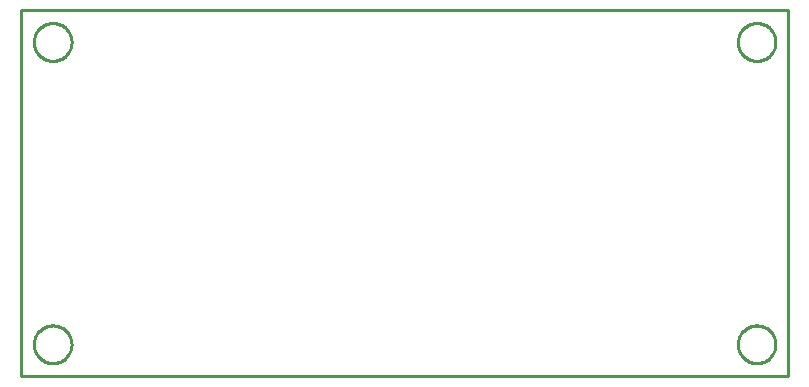
<source format=gbr>
G04 EAGLE Gerber RS-274X export*
G75*
%MOMM*%
%FSLAX34Y34*%
%LPD*%
%IN*%
%IPPOS*%
%AMOC8*
5,1,8,0,0,1.08239X$1,22.5*%
G01*
%ADD10C,0.254000*%


D10*
X0Y0D02*
X650000Y0D01*
X650000Y310000D01*
X0Y310000D01*
X0Y0D01*
X43000Y282476D02*
X42932Y281431D01*
X42795Y280392D01*
X42590Y279365D01*
X42319Y278353D01*
X41983Y277361D01*
X41582Y276393D01*
X41118Y275454D01*
X40595Y274546D01*
X40013Y273675D01*
X39375Y272844D01*
X38684Y272057D01*
X37943Y271316D01*
X37156Y270625D01*
X36325Y269988D01*
X35454Y269406D01*
X34546Y268882D01*
X33607Y268418D01*
X32639Y268017D01*
X31647Y267681D01*
X30635Y267410D01*
X29608Y267205D01*
X28569Y267069D01*
X27524Y267000D01*
X26476Y267000D01*
X25431Y267069D01*
X24392Y267205D01*
X23365Y267410D01*
X22353Y267681D01*
X21361Y268017D01*
X20393Y268418D01*
X19454Y268882D01*
X18546Y269406D01*
X17675Y269988D01*
X16844Y270625D01*
X16057Y271316D01*
X15316Y272057D01*
X14625Y272844D01*
X13988Y273675D01*
X13406Y274546D01*
X12882Y275454D01*
X12418Y276393D01*
X12017Y277361D01*
X11681Y278353D01*
X11410Y279365D01*
X11205Y280392D01*
X11069Y281431D01*
X11000Y282476D01*
X11000Y283524D01*
X11069Y284569D01*
X11205Y285608D01*
X11410Y286635D01*
X11681Y287647D01*
X12017Y288639D01*
X12418Y289607D01*
X12882Y290546D01*
X13406Y291454D01*
X13988Y292325D01*
X14625Y293156D01*
X15316Y293943D01*
X16057Y294684D01*
X16844Y295375D01*
X17675Y296013D01*
X18546Y296595D01*
X19454Y297118D01*
X20393Y297582D01*
X21361Y297983D01*
X22353Y298319D01*
X23365Y298590D01*
X24392Y298795D01*
X25431Y298932D01*
X26476Y299000D01*
X27524Y299000D01*
X28569Y298932D01*
X29608Y298795D01*
X30635Y298590D01*
X31647Y298319D01*
X32639Y297983D01*
X33607Y297582D01*
X34546Y297118D01*
X35454Y296595D01*
X36325Y296013D01*
X37156Y295375D01*
X37943Y294684D01*
X38684Y293943D01*
X39375Y293156D01*
X40013Y292325D01*
X40595Y291454D01*
X41118Y290546D01*
X41582Y289607D01*
X41983Y288639D01*
X42319Y287647D01*
X42590Y286635D01*
X42795Y285608D01*
X42932Y284569D01*
X43000Y283524D01*
X43000Y282476D01*
X43000Y26476D02*
X42932Y25431D01*
X42795Y24392D01*
X42590Y23365D01*
X42319Y22353D01*
X41983Y21361D01*
X41582Y20393D01*
X41118Y19454D01*
X40595Y18546D01*
X40013Y17675D01*
X39375Y16844D01*
X38684Y16057D01*
X37943Y15316D01*
X37156Y14625D01*
X36325Y13988D01*
X35454Y13406D01*
X34546Y12882D01*
X33607Y12418D01*
X32639Y12017D01*
X31647Y11681D01*
X30635Y11410D01*
X29608Y11205D01*
X28569Y11069D01*
X27524Y11000D01*
X26476Y11000D01*
X25431Y11069D01*
X24392Y11205D01*
X23365Y11410D01*
X22353Y11681D01*
X21361Y12017D01*
X20393Y12418D01*
X19454Y12882D01*
X18546Y13406D01*
X17675Y13988D01*
X16844Y14625D01*
X16057Y15316D01*
X15316Y16057D01*
X14625Y16844D01*
X13988Y17675D01*
X13406Y18546D01*
X12882Y19454D01*
X12418Y20393D01*
X12017Y21361D01*
X11681Y22353D01*
X11410Y23365D01*
X11205Y24392D01*
X11069Y25431D01*
X11000Y26476D01*
X11000Y27524D01*
X11069Y28569D01*
X11205Y29608D01*
X11410Y30635D01*
X11681Y31647D01*
X12017Y32639D01*
X12418Y33607D01*
X12882Y34546D01*
X13406Y35454D01*
X13988Y36325D01*
X14625Y37156D01*
X15316Y37943D01*
X16057Y38684D01*
X16844Y39375D01*
X17675Y40013D01*
X18546Y40595D01*
X19454Y41118D01*
X20393Y41582D01*
X21361Y41983D01*
X22353Y42319D01*
X23365Y42590D01*
X24392Y42795D01*
X25431Y42932D01*
X26476Y43000D01*
X27524Y43000D01*
X28569Y42932D01*
X29608Y42795D01*
X30635Y42590D01*
X31647Y42319D01*
X32639Y41983D01*
X33607Y41582D01*
X34546Y41118D01*
X35454Y40595D01*
X36325Y40013D01*
X37156Y39375D01*
X37943Y38684D01*
X38684Y37943D01*
X39375Y37156D01*
X40013Y36325D01*
X40595Y35454D01*
X41118Y34546D01*
X41582Y33607D01*
X41983Y32639D01*
X42319Y31647D01*
X42590Y30635D01*
X42795Y29608D01*
X42932Y28569D01*
X43000Y27524D01*
X43000Y26476D01*
X639000Y282476D02*
X638932Y281431D01*
X638795Y280392D01*
X638590Y279365D01*
X638319Y278353D01*
X637983Y277361D01*
X637582Y276393D01*
X637118Y275454D01*
X636595Y274546D01*
X636013Y273675D01*
X635375Y272844D01*
X634684Y272057D01*
X633943Y271316D01*
X633156Y270625D01*
X632325Y269988D01*
X631454Y269406D01*
X630546Y268882D01*
X629607Y268418D01*
X628639Y268017D01*
X627647Y267681D01*
X626635Y267410D01*
X625608Y267205D01*
X624569Y267069D01*
X623524Y267000D01*
X622476Y267000D01*
X621431Y267069D01*
X620392Y267205D01*
X619365Y267410D01*
X618353Y267681D01*
X617361Y268017D01*
X616393Y268418D01*
X615454Y268882D01*
X614546Y269406D01*
X613675Y269988D01*
X612844Y270625D01*
X612057Y271316D01*
X611316Y272057D01*
X610625Y272844D01*
X609988Y273675D01*
X609406Y274546D01*
X608882Y275454D01*
X608418Y276393D01*
X608017Y277361D01*
X607681Y278353D01*
X607410Y279365D01*
X607205Y280392D01*
X607069Y281431D01*
X607000Y282476D01*
X607000Y283524D01*
X607069Y284569D01*
X607205Y285608D01*
X607410Y286635D01*
X607681Y287647D01*
X608017Y288639D01*
X608418Y289607D01*
X608882Y290546D01*
X609406Y291454D01*
X609988Y292325D01*
X610625Y293156D01*
X611316Y293943D01*
X612057Y294684D01*
X612844Y295375D01*
X613675Y296013D01*
X614546Y296595D01*
X615454Y297118D01*
X616393Y297582D01*
X617361Y297983D01*
X618353Y298319D01*
X619365Y298590D01*
X620392Y298795D01*
X621431Y298932D01*
X622476Y299000D01*
X623524Y299000D01*
X624569Y298932D01*
X625608Y298795D01*
X626635Y298590D01*
X627647Y298319D01*
X628639Y297983D01*
X629607Y297582D01*
X630546Y297118D01*
X631454Y296595D01*
X632325Y296013D01*
X633156Y295375D01*
X633943Y294684D01*
X634684Y293943D01*
X635375Y293156D01*
X636013Y292325D01*
X636595Y291454D01*
X637118Y290546D01*
X637582Y289607D01*
X637983Y288639D01*
X638319Y287647D01*
X638590Y286635D01*
X638795Y285608D01*
X638932Y284569D01*
X639000Y283524D01*
X639000Y282476D01*
X639000Y26476D02*
X638932Y25431D01*
X638795Y24392D01*
X638590Y23365D01*
X638319Y22353D01*
X637983Y21361D01*
X637582Y20393D01*
X637118Y19454D01*
X636595Y18546D01*
X636013Y17675D01*
X635375Y16844D01*
X634684Y16057D01*
X633943Y15316D01*
X633156Y14625D01*
X632325Y13988D01*
X631454Y13406D01*
X630546Y12882D01*
X629607Y12418D01*
X628639Y12017D01*
X627647Y11681D01*
X626635Y11410D01*
X625608Y11205D01*
X624569Y11069D01*
X623524Y11000D01*
X622476Y11000D01*
X621431Y11069D01*
X620392Y11205D01*
X619365Y11410D01*
X618353Y11681D01*
X617361Y12017D01*
X616393Y12418D01*
X615454Y12882D01*
X614546Y13406D01*
X613675Y13988D01*
X612844Y14625D01*
X612057Y15316D01*
X611316Y16057D01*
X610625Y16844D01*
X609988Y17675D01*
X609406Y18546D01*
X608882Y19454D01*
X608418Y20393D01*
X608017Y21361D01*
X607681Y22353D01*
X607410Y23365D01*
X607205Y24392D01*
X607069Y25431D01*
X607000Y26476D01*
X607000Y27524D01*
X607069Y28569D01*
X607205Y29608D01*
X607410Y30635D01*
X607681Y31647D01*
X608017Y32639D01*
X608418Y33607D01*
X608882Y34546D01*
X609406Y35454D01*
X609988Y36325D01*
X610625Y37156D01*
X611316Y37943D01*
X612057Y38684D01*
X612844Y39375D01*
X613675Y40013D01*
X614546Y40595D01*
X615454Y41118D01*
X616393Y41582D01*
X617361Y41983D01*
X618353Y42319D01*
X619365Y42590D01*
X620392Y42795D01*
X621431Y42932D01*
X622476Y43000D01*
X623524Y43000D01*
X624569Y42932D01*
X625608Y42795D01*
X626635Y42590D01*
X627647Y42319D01*
X628639Y41983D01*
X629607Y41582D01*
X630546Y41118D01*
X631454Y40595D01*
X632325Y40013D01*
X633156Y39375D01*
X633943Y38684D01*
X634684Y37943D01*
X635375Y37156D01*
X636013Y36325D01*
X636595Y35454D01*
X637118Y34546D01*
X637582Y33607D01*
X637983Y32639D01*
X638319Y31647D01*
X638590Y30635D01*
X638795Y29608D01*
X638932Y28569D01*
X639000Y27524D01*
X639000Y26476D01*
M02*

</source>
